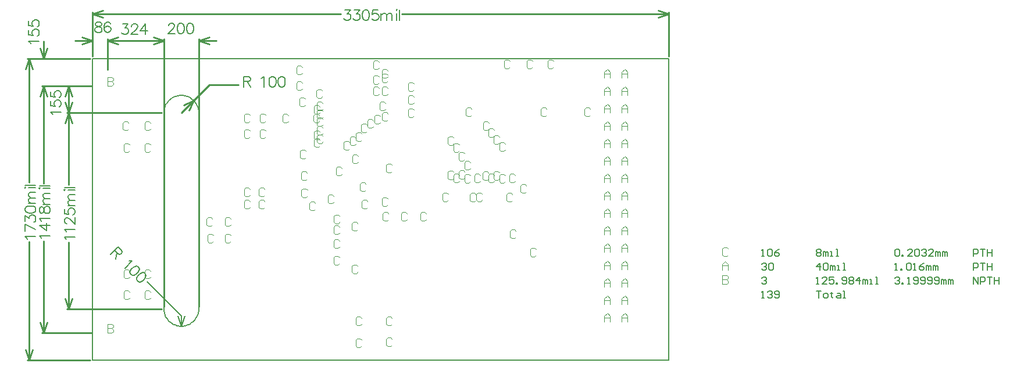
<source format=gbr>
%FSTAX23Y23*%
%MOIN*%
%SFA1B1*%

%IPPOS*%
%ADD10C,0.010000*%
%ADD13C,0.005000*%
%ADD15C,0.006000*%
%ADD33C,0.001000*%
%LNmb694-1*%
%LPD*%
G54D10*
X-00234Y00138D02*
X00311D01*
X-00234Y01263D02*
X00311D01*
X-00224Y00138D02*
Y00519D01*
Y00849D02*
Y01263D01*
Y00138D02*
X-00204Y00198D01*
X-00244D02*
X-00224Y00138D01*
X-00244Y01203D02*
X-00224Y01263D01*
X-00204Y01203*
X-00234Y01263D02*
X00311D01*
X-00234Y01418D02*
X-00093D01*
X-00224Y01263D02*
Y0134D01*
Y01418*
Y01263D02*
X-00204Y01323D01*
X-00244D02*
X-00224Y01263D01*
X-00244Y01358D02*
X-00224Y01418D01*
X-00204Y01358*
X00585Y01424D02*
X0075D01*
X00424Y01263D02*
X00585Y01424D01*
X00438Y01305D02*
X00495Y01333D01*
X00466Y01277D02*
X00495Y01333D01*
X00324Y01275D02*
Y01685D01*
X0Y01511D02*
Y01685D01*
X00162Y01675D02*
X00324D01*
X0D02*
X00162D01*
X00264Y01695D02*
X00324Y01675D01*
X00264Y01655D02*
X00324Y01675D01*
X0D02*
X0006Y01655D01*
X0Y01675D02*
X0006Y01695D01*
X00524Y0015D02*
Y01685D01*
X00324Y0015D02*
Y01685D01*
X00224Y01675D02*
X00324D01*
X00524D02*
X00624D01*
X00264Y01695D02*
X00324Y01675D01*
X00264Y01655D02*
X00324Y01675D01*
X00524D02*
X00584Y01655D01*
X00524Y01675D02*
X00584Y01695D01*
X-00086Y01585D02*
Y01839D01*
X03219Y01585D02*
Y01839D01*
X-00086Y01829D02*
X01339D01*
X01689D02*
X03219D01*
X-00086D02*
X-00026Y01809D01*
X-00086Y01829D02*
X-00026Y01849D01*
X03159D02*
X03219Y01829D01*
X03159Y01809D02*
X03219Y01829D01*
X-00086Y01585D02*
Y01685D01*
X0Y01511D02*
Y01685D01*
Y01675D02*
X001D01*
X-00186D02*
X-00086D01*
X0D02*
X0006Y01655D01*
X0Y01675D02*
X0006Y01695D01*
X-00146D02*
X-00086Y01675D01*
X-00146Y01655D02*
X-00086Y01675D01*
X-00458Y-00158D02*
X-00099D01*
X-00458Y01573D02*
X-00099D01*
X-00448Y-00158D02*
Y00522D01*
Y00862D02*
Y01573D01*
Y-00158D02*
X-00428Y-00098D01*
X-00468D02*
X-00448Y-00158D01*
X-00468Y01513D02*
X-00448Y01573D01*
X-00428Y01513*
X-00375Y01573D02*
X-00099D01*
X-00375Y01418D02*
X-00093D01*
X-00365Y01318D02*
Y01418D01*
Y01573D02*
Y01673D01*
X-00385Y01358D02*
X-00365Y01418D01*
X-00345Y01358*
X-00365Y01573D02*
X-00345Y01633D01*
X-00385D02*
X-00365Y01573D01*
X-00377Y0D02*
X-00093D01*
X-00377Y01418D02*
X-00093D01*
X-00367Y0D02*
Y00528D01*
Y00858D02*
Y01418D01*
Y0D02*
X-00347Y0006D01*
X-00387D02*
X-00367Y0D01*
X-00387Y01358D02*
X-00367Y01418D01*
X-00347Y01358*
G54D13*
X00524Y01263D02*
D01*
X00523Y01269*
X00523Y01276*
X00521Y01283*
X0052Y0129*
X00517Y01297*
X00515Y01303*
X00512Y01309*
X00508Y01315*
X00504Y01321*
X005Y01327*
X00495Y01332*
X0049Y01337*
X00485Y01341*
X00479Y01345*
X00474Y01349*
X00467Y01352*
X00461Y01355*
X00454Y01358*
X00448Y0136*
X00441Y01361*
X00434Y01362*
X00427Y01362*
X0042*
X00413Y01362*
X00406Y01361*
X00399Y0136*
X00393Y01358*
X00386Y01355*
X0038Y01352*
X00373Y01349*
X00368Y01345*
X00362Y01341*
X00357Y01337*
X00352Y01332*
X00347Y01327*
X00343Y01321*
X00339Y01315*
X00335Y01309*
X00332Y01303*
X0033Y01297*
X00327Y0129*
X00326Y01283*
X00324Y01276*
X00324Y01269*
X00324Y01263*
Y00138D02*
D01*
X00324Y00131*
X00324Y00124*
X00326Y00117*
X00327Y0011*
X0033Y00103*
X00332Y00097*
X00335Y00091*
X00339Y00085*
X00343Y00079*
X00347Y00073*
X00352Y00068*
X00357Y00063*
X00362Y00059*
X00368Y00055*
X00374Y00051*
X0038Y00048*
X00386Y00045*
X00393Y00042*
X00399Y0004*
X00406Y00039*
X00413Y00038*
X0042Y00038*
X00427*
X00434Y00038*
X00441Y00039*
X00448Y0004*
X00454Y00042*
X00461Y00045*
X00467Y00048*
X00474Y00051*
X00479Y00055*
X00485Y00059*
X0049Y00063*
X00495Y00068*
X005Y00073*
X00504Y00079*
X00508Y00085*
X00512Y00091*
X00515Y00097*
X00517Y00103*
X0052Y0011*
X00521Y00117*
X00523Y00124*
X00523Y00131*
X00524Y00138*
X00228Y00293D02*
X00424Y00097D01*
Y00038D02*
Y00097D01*
Y00038D02*
X00444Y00098D01*
X00404D02*
X00424Y00038D01*
X-00086Y01573D02*
X03219D01*
X03218Y-00158D02*
X03219Y-00157D01*
Y01573*
X00324Y00138D02*
Y01263D01*
X00524Y00138D02*
Y01258D01*
X-00086Y-00158D02*
Y01573D01*
Y-00158D02*
X03218D01*
X0375Y0044D02*
X03763D01*
X03757*
Y0048*
X0375Y00473*
X03783D02*
X0379Y0048D01*
X03803*
X0381Y00473*
Y00447*
X03803Y0044*
X0379*
X03783Y00447*
Y00473*
X0385Y0048D02*
X03837Y00473D01*
X03823Y0046*
Y00447*
X0383Y0044*
X03843*
X0385Y00447*
Y00453*
X03843Y0046*
X03823*
X04065Y00473D02*
X04072Y0048D01*
X04085*
X04092Y00473*
Y00467*
X04085Y0046*
X04092Y00453*
Y00447*
X04085Y0044*
X04072*
X04065Y00447*
Y00453*
X04072Y0046*
X04065Y00467*
Y00473*
X04072Y0046D02*
X04085D01*
X04105Y0044D02*
Y00467D01*
X04112*
X04118Y0046*
Y0044*
Y0046*
X04125Y00467*
X04132Y0046*
Y0044*
X04145D02*
X04158D01*
X04152*
Y00467*
X04145*
X04178Y0044D02*
X04192D01*
X04185*
Y0048*
X04178*
X04515Y00473D02*
X04522Y0048D01*
X04535*
X04542Y00473*
Y00447*
X04535Y0044*
X04522*
X04515Y00447*
Y00473*
X04555Y0044D02*
Y00447D01*
X04562*
Y0044*
X04555*
X04615D02*
X04588D01*
X04615Y00467*
Y00473*
X04608Y0048*
X04595*
X04588Y00473*
X04628D02*
X04635Y0048D01*
X04648*
X04655Y00473*
Y00447*
X04648Y0044*
X04635*
X04628Y00447*
Y00473*
X04668D02*
X04675Y0048D01*
X04688*
X04695Y00473*
Y00467*
X04688Y0046*
X04682*
X04688*
X04695Y00453*
Y00447*
X04688Y0044*
X04675*
X04668Y00447*
X04735Y0044D02*
X04708D01*
X04735Y00467*
Y00473*
X04728Y0048*
X04715*
X04708Y00473*
X04748Y0044D02*
Y00467D01*
X04755*
X04762Y0046*
Y0044*
Y0046*
X04768Y00467*
X04775Y0046*
Y0044*
X04788D02*
Y00467D01*
X04795*
X04802Y0046*
Y0044*
Y0046*
X04808Y00467*
X04815Y0046*
Y0044*
X04965D02*
Y0048D01*
X04985*
X04992Y00473*
Y0046*
X04985Y00453*
X04965*
X05005Y0048D02*
X05032D01*
X05018*
Y0044*
X05045Y0048D02*
Y0044D01*
Y0046*
X05072*
Y0048*
Y0044*
X0375Y00393D02*
X03757Y004D01*
X0377*
X03777Y00393*
Y00387*
X0377Y0038*
X03763*
X0377*
X03777Y00373*
Y00367*
X0377Y0036*
X03757*
X0375Y00367*
X0379Y00393D02*
X03797Y004D01*
X0381*
X03817Y00393*
Y00367*
X0381Y0036*
X03797*
X0379Y00367*
Y00393*
X04085Y0036D02*
Y004D01*
X04065Y0038*
X04092*
X04105Y00393D02*
X04112Y004D01*
X04125*
X04132Y00393*
Y00367*
X04125Y0036*
X04112*
X04105Y00367*
Y00393*
X04145Y0036D02*
Y00387D01*
X04152*
X04158Y0038*
Y0036*
Y0038*
X04165Y00387*
X04172Y0038*
Y0036*
X04185D02*
X04198D01*
X04192*
Y00387*
X04185*
X04218Y0036D02*
X04232D01*
X04225*
Y004*
X04218*
X04515Y0036D02*
X04528D01*
X04522*
Y004*
X04515Y00393*
X04548Y0036D02*
Y00367D01*
X04555*
Y0036*
X04548*
X04582Y00393D02*
X04588Y004D01*
X04602*
X04608Y00393*
Y00367*
X04602Y0036*
X04588*
X04582Y00367*
Y00393*
X04622Y0036D02*
X04635D01*
X04628*
Y004*
X04622Y00393*
X04682Y004D02*
X04668Y00393D01*
X04655Y0038*
Y00367*
X04662Y0036*
X04675*
X04682Y00367*
Y00373*
X04675Y0038*
X04655*
X04695Y0036D02*
Y00387D01*
X04702*
X04708Y0038*
Y0036*
Y0038*
X04715Y00387*
X04722Y0038*
Y0036*
X04735D02*
Y00387D01*
X04742*
X04748Y0038*
Y0036*
Y0038*
X04755Y00387*
X04762Y0038*
Y0036*
X04965D02*
Y004D01*
X04985*
X04992Y00393*
Y0038*
X04985Y00373*
X04965*
X05005Y004D02*
X05032D01*
X05018*
Y0036*
X05045Y004D02*
Y0036D01*
Y0038*
X05072*
Y004*
Y0036*
X0375Y00313D02*
X03757Y0032D01*
X0377*
X03777Y00313*
Y00307*
X0377Y003*
X03763*
X0377*
X03777Y00293*
Y00287*
X0377Y0028*
X03757*
X0375Y00287*
X04065Y0028D02*
X04078D01*
X04072*
Y0032*
X04065Y00313*
X04125Y0028D02*
X04098D01*
X04125Y00307*
Y00313*
X04118Y0032*
X04105*
X04098Y00313*
X04165Y0032D02*
X04138D01*
Y003*
X04152Y00307*
X04158*
X04165Y003*
Y00287*
X04158Y0028*
X04145*
X04138Y00287*
X04178Y0028D02*
Y00287D01*
X04185*
Y0028*
X04178*
X04212Y00287D02*
X04218Y0028D01*
X04232*
X04238Y00287*
Y00313*
X04232Y0032*
X04218*
X04212Y00313*
Y00307*
X04218Y003*
X04238*
X04252Y00313D02*
X04258Y0032D01*
X04272*
X04278Y00313*
Y00307*
X04272Y003*
X04278Y00293*
Y00287*
X04272Y0028*
X04258*
X04252Y00287*
Y00293*
X04258Y003*
X04252Y00307*
Y00313*
X04258Y003D02*
X04272D01*
X04312Y0028D02*
Y0032D01*
X04292Y003*
X04318*
X04332Y0028D02*
Y00307D01*
X04338*
X04345Y003*
Y0028*
Y003*
X04352Y00307*
X04358Y003*
Y0028*
X04372D02*
X04385D01*
X04378*
Y00307*
X04372*
X04405Y0028D02*
X04418D01*
X04412*
Y0032*
X04405*
X04515Y00313D02*
X04522Y0032D01*
X04535*
X04542Y00313*
Y00307*
X04535Y003*
X04528*
X04535*
X04542Y00293*
Y00287*
X04535Y0028*
X04522*
X04515Y00287*
X04555Y0028D02*
Y00287D01*
X04562*
Y0028*
X04555*
X04588D02*
X04602D01*
X04595*
Y0032*
X04588Y00313*
X04622Y00287D02*
X04628Y0028D01*
X04642*
X04648Y00287*
Y00313*
X04642Y0032*
X04628*
X04622Y00313*
Y00307*
X04628Y003*
X04648*
X04662Y00287D02*
X04668Y0028D01*
X04682*
X04688Y00287*
Y00313*
X04682Y0032*
X04668*
X04662Y00313*
Y00307*
X04668Y003*
X04688*
X04702Y00287D02*
X04708Y0028D01*
X04722*
X04728Y00287*
Y00313*
X04722Y0032*
X04708*
X04702Y00313*
Y00307*
X04708Y003*
X04728*
X04742Y00287D02*
X04748Y0028D01*
X04762*
X04768Y00287*
Y00313*
X04762Y0032*
X04748*
X04742Y00313*
Y00307*
X04748Y003*
X04768*
X04782Y0028D02*
Y00307D01*
X04788*
X04795Y003*
Y0028*
Y003*
X04802Y00307*
X04808Y003*
Y0028*
X04822D02*
Y00307D01*
X04828*
X04835Y003*
Y0028*
Y003*
X04842Y00307*
X04848Y003*
Y0028*
X04965D02*
Y0032D01*
X04992Y0028*
Y0032*
X05005Y0028D02*
Y0032D01*
X05025*
X05032Y00313*
Y003*
X05025Y00293*
X05005*
X05045Y0032D02*
X05072D01*
X05058*
Y0028*
X05085Y0032D02*
Y0028D01*
Y003*
X05112*
Y0032*
Y0028*
X0375Y002D02*
X03763D01*
X03757*
Y0024*
X0375Y00233*
X03783D02*
X0379Y0024D01*
X03803*
X0381Y00233*
Y00227*
X03803Y0022*
X03797*
X03803*
X0381Y00213*
Y00207*
X03803Y002*
X0379*
X03783Y00207*
X03823D02*
X0383Y002D01*
X03843*
X0385Y00207*
Y00233*
X03843Y0024*
X0383*
X03823Y00233*
Y00227*
X0383Y0022*
X0385*
X04065Y0024D02*
X04092D01*
X04078*
Y002*
X04112D02*
X04125D01*
X04132Y00207*
Y0022*
X04125Y00227*
X04112*
X04105Y0022*
Y00207*
X04112Y002*
X04152Y00233D02*
Y00227D01*
X04145*
X04158*
X04152*
Y00207*
X04158Y002*
X04185Y00227D02*
X04198D01*
X04205Y0022*
Y002*
X04185*
X04178Y00207*
X04185Y00213*
X04205*
X04218Y002D02*
X04232D01*
X04225*
Y0024*
X04218*
G54D15*
X-00235Y00535D02*
X-00238Y00541D01*
X-00247Y00549*
X-00187*
X-00235Y00579D02*
X-00238Y00585D01*
X-00247Y00593*
X-00187*
X-00232Y00626D02*
X-00235D01*
X-00241Y00629*
X-00244Y00632*
X-00247Y00637*
Y00649*
X-00244Y00654*
X-00241Y00657*
X-00235Y0066*
X-00229*
X-00224Y00657*
X-00215Y00652*
X-00187Y00623*
Y00663*
X-00247Y00711D02*
Y00682D01*
X-00221Y00679*
X-00224Y00682*
X-00227Y00691*
Y00699*
X-00224Y00708*
X-00218Y00713*
X-00209Y00716*
X-00204*
X-00195Y00713*
X-00189Y00708*
X-00187Y00699*
Y00691*
X-00189Y00682*
X-00192Y00679*
X-00198Y00676*
X-00227Y0073D02*
X-00187D01*
X-00215D02*
X-00224Y00738D01*
X-00227Y00744*
Y00753*
X-00224Y00758*
X-00215Y00761*
X-00187*
X-00215D02*
X-00224Y0077D01*
X-00227Y00775*
Y00784*
X-00224Y0079*
X-00215Y00793*
X-00187*
X-00247Y00817D02*
X-00244Y0082D01*
X-00247Y00823*
X-00249Y0082*
X-00247Y00817*
X-00227Y0082D02*
X-00187D01*
X-00247Y00833D02*
X-00187D01*
X-00314Y01252D02*
X-00316Y01258D01*
X-00325Y01266*
X-00265*
X-00325Y0133D02*
Y01302D01*
X-00299Y01299*
X-00302Y01302*
X-00305Y0131*
Y01319*
X-00302Y01327*
X-00296Y01333*
X-00288Y01336*
X-00282*
X-00274Y01333*
X-00268Y01327*
X-00265Y01319*
Y0131*
X-00268Y01302*
X-00271Y01299*
X-00276Y01296*
X-00325Y01384D02*
Y01355D01*
X-00299Y01352*
X-00302Y01355*
X-00305Y01364*
Y01372*
X-00302Y01381*
X-00296Y01387*
X-00288Y01389*
X-00282*
X-00274Y01387*
X-00268Y01381*
X-00265Y01372*
Y01364*
X-00268Y01355*
X-00271Y01352*
X-00276Y01349*
X00061Y00494D02*
X00018Y00451D01*
X00061Y00494D02*
X00079Y00475D01*
X00083Y00467*
Y00463*
X00081Y00457*
X00077Y00453*
X00071Y00451*
X00067*
X00059Y00455*
X00041Y00473*
X00055Y00459D02*
X00047Y00423D01*
X00124Y00414D02*
X0013Y00412D01*
X00142*
X001Y0037*
X00175Y00379D02*
X00167Y00383D01*
X00157Y00381*
X00145Y00373*
X00139Y00367*
X00131Y00355*
X00129Y00345*
X00133Y00337*
X00137Y00333*
X00145Y00329*
X00155Y00331*
X00167Y00339*
X00173Y00345*
X00181Y00357*
X00183Y00367*
X00179Y00375*
X00175Y00379*
X00213Y00342D02*
X00205Y00346D01*
X00195Y00344*
X00183Y00335*
X00177Y00329*
X00168Y00317*
X00166Y00307*
X0017Y00299*
X00175Y00295*
X00183Y00291*
X00193Y00293*
X00205Y00301*
X00211Y00307*
X00219Y00319*
X00221Y00329*
X00217Y00337*
X00213Y00342*
X00781Y0147D02*
Y0141D01*
Y0147D02*
X00807D01*
X00816Y01467*
X00819Y01464*
X00821Y01459*
Y01453*
X00819Y01447*
X00816Y01445*
X00807Y01442*
X00781*
X00801D02*
X00821Y0141D01*
X00882Y01459D02*
X00888Y01462D01*
X00896Y0147*
Y0141*
X00943Y0147D02*
X00935Y01467D01*
X00929Y01459*
X00926Y01445*
Y01436*
X00929Y01422*
X00935Y01413*
X00943Y0141*
X00949*
X00957Y01413*
X00963Y01422*
X00966Y01436*
Y01445*
X00963Y01459*
X00957Y01467*
X00949Y0147*
X00943*
X00997D02*
X00988Y01467D01*
X00982Y01459*
X00979Y01445*
Y01436*
X00982Y01422*
X00988Y01413*
X00997Y0141*
X01002*
X01011Y01413*
X01017Y01422*
X01019Y01436*
Y01445*
X01017Y01459*
X01011Y01467*
X01002Y0147*
X00997*
X00088Y01772D02*
X00119D01*
X00102Y01749*
X00111*
X00116Y01746*
X00119Y01743*
X00122Y01735*
Y01729*
X00119Y01721*
X00113Y01715*
X00105Y01712*
X00096*
X00088Y01715*
X00085Y01718*
X00082Y01723*
X00138Y01758D02*
Y01761D01*
X00141Y01766*
X00144Y01769*
X0015Y01772*
X00161*
X00167Y01769*
X0017Y01766*
X00173Y01761*
Y01755*
X0017Y01749*
X00164Y01741*
X00135Y01712*
X00175*
X00217Y01772D02*
X00189Y01732D01*
X00232*
X00217Y01772D02*
Y01712D01*
X0035Y01763D02*
Y01766D01*
X00353Y01771*
X00356Y01774*
X00361Y01777*
X00373*
X00378Y01774*
X00381Y01771*
X00384Y01766*
Y0176*
X00381Y01754*
X00376Y01746*
X00347Y01717*
X00387*
X00418Y01777D02*
X00409Y01774D01*
X00403Y01766*
X004Y01751*
Y01743*
X00403Y01728*
X00409Y0172*
X00418Y01717*
X00423*
X00432Y0172*
X00438Y01728*
X0044Y01743*
Y01751*
X00438Y01766*
X00432Y01774*
X00423Y01777*
X00418*
X00471D02*
X00462Y01774D01*
X00457Y01766*
X00454Y01751*
Y01743*
X00457Y01728*
X00462Y0172*
X00471Y01717*
X00477*
X00485Y0172*
X00491Y01728*
X00494Y01743*
Y01751*
X00491Y01766*
X00485Y01774*
X00477Y01777*
X00471*
X01361Y01853D02*
X01393D01*
X01375Y0183*
X01384*
X0139Y01827*
X01393Y01824*
X01395Y01816*
Y0181*
X01393Y01802*
X01387Y01796*
X01378Y01793*
X0137*
X01361Y01796*
X01358Y01799*
X01355Y01804*
X01415Y01853D02*
X01446D01*
X01429Y0183*
X01437*
X01443Y01827*
X01446Y01824*
X01449Y01816*
Y0181*
X01446Y01802*
X0144Y01796*
X01432Y01793*
X01423*
X01415Y01796*
X01412Y01799*
X01409Y01804*
X01479Y01853D02*
X01471Y0185D01*
X01465Y01842*
X01462Y01827*
Y01819*
X01465Y01804*
X01471Y01796*
X01479Y01793*
X01485*
X01494Y01796*
X01499Y01804*
X01502Y01819*
Y01827*
X01499Y01842*
X01494Y0185*
X01485Y01853*
X01479*
X0155D02*
X01521D01*
X01519Y01827*
X01521Y0183*
X0153Y01833*
X01539*
X01547Y0183*
X01553Y01824*
X01556Y01816*
Y0181*
X01553Y01802*
X01547Y01796*
X01539Y01793*
X0153*
X01521Y01796*
X01519Y01799*
X01516Y01804*
X01569Y01833D02*
Y01793D01*
Y01822D02*
X01578Y0183D01*
X01583Y01833*
X01592*
X01598Y0183*
X01601Y01822*
Y01793*
Y01822D02*
X01609Y0183D01*
X01615Y01833*
X01623*
X01629Y0183*
X01632Y01822*
Y01793*
X01657Y01853D02*
X01659Y0185D01*
X01662Y01853*
X01659Y01856*
X01657Y01853*
X01659Y01833D02*
Y01793D01*
X01673Y01853D02*
Y01793D01*
X-00057Y01783D02*
X-00065Y0178D01*
X-00068Y01774*
Y01769*
X-00065Y01763*
X-0006Y0176*
X-00048Y01757*
X-0004Y01754*
X-00034Y01749*
X-00031Y01743*
Y01734*
X-00034Y01729*
X-00037Y01726*
X-00045Y01723*
X-00057*
X-00065Y01726*
X-00068Y01729*
X-00071Y01734*
Y01743*
X-00068Y01749*
X-00062Y01754*
X-00054Y01757*
X-00042Y0176*
X-00037Y01763*
X-00034Y01769*
Y01774*
X-00037Y0178*
X-00045Y01783*
X-00057*
X00017Y01774D02*
X00014Y0178D01*
X00005Y01783*
X0*
X-00009Y0178*
X-00015Y01772*
X-00018Y01757*
Y01743*
X-00015Y01732*
X-00009Y01726*
X0Y01723*
X00002*
X00011Y01726*
X00017Y01732*
X0002Y0174*
Y01743*
X00017Y01752*
X00011Y01757*
X00002Y0176*
X0*
X-00009Y01757*
X-00015Y01752*
X-00018Y01743*
X-00459Y00538D02*
X-00462Y00543D01*
X-00471Y00552*
X-00411*
X-00471Y00622D02*
X-00411Y00593D01*
X-00471Y00582D02*
Y00622D01*
Y00641D02*
Y00672D01*
X-00448Y00655*
Y00664*
X-00445Y00669*
X-00442Y00672*
X-00433Y00675*
X-00428*
X-00419Y00672*
X-00413Y00666*
X-00411Y00658*
Y00649*
X-00413Y00641*
X-00416Y00638*
X-00422Y00635*
X-00471Y00706D02*
X-00468Y00697D01*
X-00459Y00691*
X-00445Y00688*
X-00436*
X-00422Y00691*
X-00413Y00697*
X-00411Y00706*
Y00711*
X-00413Y0072*
X-00422Y00726*
X-00436Y00728*
X-00445*
X-00459Y00726*
X-00468Y0072*
X-00471Y00711*
Y00706*
X-00451Y00742D02*
X-00411D01*
X-00439D02*
X-00448Y0075D01*
X-00451Y00756*
Y00765*
X-00448Y0077*
X-00439Y00773*
X-00411*
X-00439D02*
X-00448Y00782D01*
X-00451Y00788*
Y00796*
X-00448Y00802*
X-00439Y00805*
X-00411*
X-00471Y00829D02*
X-00468Y00832D01*
X-00471Y00835*
X-00473Y00832*
X-00471Y00829*
X-00451Y00832D02*
X-00411D01*
X-00471Y00846D02*
X-00411D01*
X-0044Y01659D02*
X-00442Y01665D01*
X-00451Y01673*
X-00391*
X-00451Y01737D02*
Y01709D01*
X-00425Y01706*
X-00428Y01709*
X-00431Y01717*
Y01726*
X-00428Y01734*
X-00422Y0174*
X-00414Y01743*
X-00408*
X-004Y0174*
X-00394Y01734*
X-00391Y01726*
Y01717*
X-00394Y01709*
X-00397Y01706*
X-00402Y01703*
X-00451Y01791D02*
Y01762D01*
X-00425Y01759*
X-00428Y01762*
X-00431Y01771*
Y01779*
X-00428Y01788*
X-00422Y01794*
X-00414Y01796*
X-00408*
X-004Y01794*
X-00394Y01788*
X-00391Y01779*
Y01771*
X-00394Y01762*
X-00397Y01759*
X-00402Y01756*
X-00378Y00544D02*
X-00381Y00549D01*
X-0039Y00558*
X-0033*
X-0039Y00616D02*
X-0035Y00588D01*
Y0063*
X-0039Y00616D02*
X-0033D01*
X-00378Y00641D02*
X-00381Y00647D01*
X-0039Y00655*
X-0033*
X-0039Y00699D02*
X-00387Y00691D01*
X-00381Y00688*
X-00375*
X-0037Y00691*
X-00367Y00696*
X-00364Y00708*
X-00361Y00716*
X-00355Y00722*
X-0035Y00725*
X-00341*
X-00335Y00722*
X-00332Y00719*
X-0033Y00711*
Y00699*
X-00332Y00691*
X-00335Y00688*
X-00341Y00685*
X-0035*
X-00355Y00688*
X-00361Y00694*
X-00364Y00702*
X-00367Y00714*
X-0037Y00719*
X-00375Y00722*
X-00381*
X-00387Y00719*
X-0039Y00711*
Y00699*
X-0037Y00738D02*
X-0033D01*
X-00358D02*
X-00367Y00747D01*
X-0037Y00753*
Y00761*
X-00367Y00767*
X-00358Y0077*
X-0033*
X-00358D02*
X-00367Y00778D01*
X-0037Y00784*
Y00793*
X-00367Y00798*
X-00358Y00801*
X-0033*
X-0039Y00826D02*
X-00387Y00829D01*
X-0039Y00832*
X-00392Y00829*
X-0039Y00826*
X-0037Y00829D02*
X-0033D01*
X-0039Y00842D02*
X-0033D01*
G54D33*
X02949Y00063D02*
Y00096D01*
X02966Y00113*
X02982Y00096*
Y00063*
Y00088*
X02949*
Y00163D02*
Y00196D01*
X02966Y00213*
X02982Y00196*
Y00163*
Y00188*
X02949*
Y00263D02*
Y00296D01*
X02966Y00313*
X02982Y00296*
Y00263*
Y00288*
X02949*
Y00363D02*
Y00396D01*
X02966Y00413*
X02982Y00396*
Y00363*
Y00388*
X02949*
X02849Y00063D02*
Y00096D01*
X02866Y00113*
X02882Y00096*
Y00063*
Y00088*
X02849*
Y00163D02*
Y00196D01*
X02866Y00213*
X02882Y00196*
Y00163*
Y00188*
X02849*
Y00263D02*
Y00296D01*
X02866Y00313*
X02882Y00296*
Y00263*
Y00288*
X02849*
Y00363D02*
Y00396D01*
X02866Y00413*
X02882Y00396*
Y00363*
Y00388*
X02849*
X0Y0005D02*
Y0D01*
X00025*
X00033Y00008*
Y00017*
X00025Y00025*
X0*
X00025*
X00033Y00033*
Y00042*
X00025Y0005*
X0*
Y0*
X00025*
X00033Y00008*
Y00017*
X00025Y00025*
X0*
X00025*
X00033Y00033*
Y00042*
X00025Y0005*
X0*
Y01468D02*
Y01418D01*
X00025*
X00033Y01426*
Y01434*
X00025Y01443*
X0*
X00025*
X00033Y01451*
Y01459*
X00025Y01468*
X0*
X02849Y01463D02*
Y01496D01*
X02866Y01513*
X02882Y01496*
Y01463*
Y01488*
X02849*
X02949Y01363D02*
Y01396D01*
X02966Y01413*
X02982Y01396*
Y01363*
Y01388*
X02949*
Y01463D02*
Y01496D01*
X02966Y01513*
X02982Y01496*
Y01463*
Y01488*
X02949*
X02849Y01363D02*
Y01396D01*
X02866Y01413*
X02882Y01396*
Y01363*
Y01388*
X02849*
X02949Y00463D02*
Y00496D01*
X02966Y00513*
X02982Y00496*
Y00463*
Y00488*
X02949*
Y00563D02*
Y00596D01*
X02966Y00613*
X02982Y00596*
Y00563*
Y00588*
X02949*
Y00663D02*
Y00696D01*
X02966Y00713*
X02982Y00696*
Y00663*
Y00688*
X02949*
Y00763D02*
Y00796D01*
X02966Y00813*
X02982Y00796*
Y00763*
Y00788*
X02949*
Y00863D02*
Y00896D01*
X02966Y00913*
X02982Y00896*
Y00863*
Y00888*
X02949*
Y00963D02*
Y00996D01*
X02966Y01013*
X02982Y00996*
Y00963*
Y00988*
X02949*
Y01063D02*
Y01096D01*
X02966Y01113*
X02982Y01096*
Y01063*
Y01088*
X02949*
Y01163D02*
Y01196D01*
X02966Y01213*
X02982Y01196*
Y01163*
Y01188*
X02949*
Y01263D02*
Y01296D01*
X02966Y01313*
X02982Y01296*
Y01263*
Y01288*
X02949*
X02849Y00463D02*
Y00496D01*
X02866Y00513*
X02882Y00496*
Y00463*
Y00488*
X02849*
Y00563D02*
Y00596D01*
X02866Y00613*
X02882Y00596*
Y00563*
Y00588*
X02849*
Y00663D02*
Y00696D01*
X02866Y00713*
X02882Y00696*
Y00663*
Y00688*
X02849*
Y00763D02*
Y00796D01*
X02866Y00813*
X02882Y00796*
Y00763*
Y00788*
X02849*
Y00863D02*
Y00896D01*
X02866Y00913*
X02882Y00896*
Y00863*
Y00888*
X02849*
Y00963D02*
Y00996D01*
X02866Y01013*
X02882Y00996*
Y00963*
Y00988*
X02849*
Y01063D02*
Y01096D01*
X02866Y01113*
X02882Y01096*
Y01063*
Y01088*
X02849*
Y01163D02*
Y01196D01*
X02866Y01213*
X02882Y01196*
Y01163*
Y01188*
X02849*
Y01263D02*
Y01296D01*
X02866Y01313*
X02882Y01296*
Y01263*
Y01288*
X02849*
X02457Y00479D02*
X02449Y00488D01*
X02432*
X02424Y00479*
Y00446*
X02432Y00438*
X02449*
X02457Y00446*
X02342Y00584D02*
X02334Y00592D01*
X02317*
X02309Y00584*
Y00551*
X02317Y00542*
X02334*
X02342Y00551*
X01612Y00684D02*
X01604Y00692D01*
X01587*
X01579Y00684*
Y00651*
X01587Y00642*
X01604*
X01612Y00651*
X01827Y00684D02*
X01819Y00693D01*
X01802*
X01794Y00684*
Y00651*
X01802Y00643*
X01819*
X01827Y00651*
X01717Y00684D02*
X01709Y00693D01*
X01692*
X01684Y00684*
Y00651*
X01692Y00643*
X01709*
X01717Y00651*
X00127Y00354D02*
X00119Y00363D01*
X00102*
X00094Y00354*
Y00321*
X00102Y00313*
X00119*
X00127Y00321*
Y00234D02*
X00119Y00243D01*
X00102*
X00094Y00234*
Y00201*
X00102Y00193*
X00119*
X00127Y00201*
X00247Y00234D02*
X00239Y00243D01*
X00222*
X00214Y00234*
Y00201*
X00222Y00193*
X00239*
X00247Y00201*
Y00354D02*
X00239Y00363D01*
X00222*
X00214Y00354*
Y00321*
X00222Y00313*
X00239*
X00247Y00321*
X00707Y00654D02*
X00699Y00662D01*
X00682*
X00674Y00654*
Y00621*
X00682Y00612*
X00699*
X00707Y00621*
X00602Y00654D02*
X00594Y00662D01*
X00577*
X00569Y00654*
Y00621*
X00577Y00612*
X00594*
X00602Y00621*
X00707Y00559D02*
X00699Y00568D01*
X00682*
X00674Y00559*
Y00526*
X00682Y00518*
X00699*
X00707Y00526*
X00607Y00559D02*
X00599Y00568D01*
X00582*
X00574Y00559*
Y00526*
X00582Y00518*
X00599*
X00607Y00526*
X01117Y01524D02*
X01109Y01532D01*
X01092*
X01084Y01524*
Y01491*
X01092Y01482*
X01109*
X01117Y01491*
Y01434D02*
X01109Y01442D01*
X01092*
X01084Y01434*
Y01401*
X01092Y01392*
X01109*
X01117Y01401*
X01297Y00784D02*
X01289Y00792D01*
X01272*
X01264Y00784*
Y00751*
X01272Y00742*
X01289*
X01297Y00751*
X01146Y00819D02*
X01137Y00827D01*
X01121*
X01112Y00819*
Y00786*
X01121Y00777*
X01137*
X01146Y00786*
X01192Y00744D02*
X01184Y00752D01*
X01167*
X01159Y00744*
Y00711*
X01167Y00702*
X01184*
X01192Y00711*
X01557Y01554D02*
X01549Y01562D01*
X01532*
X01524Y01554*
Y01521*
X01532Y01512*
X01549*
X01557Y01521*
X02307Y01559D02*
X02299Y01568D01*
X02282*
X02274Y01559*
Y01526*
X02282Y01518*
X02299*
X02307Y01526*
X02437Y01559D02*
X02429Y01568D01*
X02412*
X02404Y01559*
Y01526*
X02412Y01518*
X02429*
X02437Y01526*
X02557Y01559D02*
X02549Y01568D01*
X02532*
X02524Y01559*
Y01526*
X02532Y01518*
X02549*
X02557Y01526*
X00817Y01249D02*
X00809Y01258D01*
X00792*
X00784Y01249*
Y01216*
X00792Y01208*
X00809*
X00817Y01216*
X00907Y01249D02*
X00899Y01258D01*
X00882*
X00874Y01249*
Y01216*
X00882Y01208*
X00899*
X00907Y01216*
X00817Y01159D02*
X00809Y01168D01*
X00792*
X00784Y01159*
Y01126*
X00792Y01118*
X00809*
X00817Y01126*
X00907Y01159D02*
X00899Y01168D01*
X00882*
X00874Y01159*
Y01126*
X00882Y01118*
X00899*
X00907Y01126*
X01457Y00084D02*
X01449Y00092D01*
X01432*
X01424Y00084*
Y00051*
X01432Y00042*
X01449*
X01457Y00051*
Y-00041D02*
X01449Y-00032D01*
X01432*
X01424Y-00041*
Y-00074*
X01432Y-00082*
X01449*
X01457Y-00074*
X01632Y00084D02*
X01624Y00092D01*
X01607*
X01599Y00084*
Y00051*
X01607Y00042*
X01624*
X01632Y00051*
Y-00036D02*
X01624Y-00028D01*
X01607*
X01599Y-00036*
Y-00069*
X01607Y-00078*
X01624*
X01632Y-00069*
X01757Y01429D02*
X01749Y01438D01*
X01732*
X01724Y01429*
Y01396*
X01732Y01388*
X01749*
X01757Y01396*
Y01354D02*
X01749Y01363D01*
X01732*
X01724Y01354*
Y01321*
X01732Y01313*
X01749*
X01757Y01321*
Y01279D02*
X01749Y01288D01*
X01732*
X01724Y01279*
Y01246*
X01732Y01238*
X01749*
X01757Y01246*
X01607Y01504D02*
X01599Y01513D01*
X01582*
X01574Y01504*
Y01471*
X01582Y01463*
X01599*
X01607Y01471*
X0228Y00902D02*
X02271Y0091D01*
X02255*
X02246Y00902*
Y00869*
X02255Y0086*
X02271*
X0228Y00869*
X02247Y00919D02*
X02239Y00928D01*
X02222*
X02214Y00919*
Y00886*
X02222Y00878*
X02239*
X02247Y00886*
X02217Y00904D02*
X02208Y00912D01*
X02192*
X02183Y00904*
Y0087*
X02192Y00862*
X02208*
X02217Y0087*
X02185Y00917D02*
X02177Y00925D01*
X0216*
X02152Y00917*
Y00884*
X0216Y00875*
X02177*
X02185Y00884*
X0208Y00902D02*
X02071Y0091D01*
X02055*
X02046Y00902*
Y00869*
X02055Y0086*
X02071*
X0208Y00869*
Y00977D02*
X02071Y00985D01*
X02055*
X02046Y00977*
Y00944*
X02055Y00935*
X02071*
X0208Y00944*
X02048Y00924D02*
X0204Y00932D01*
X02023*
X02015Y00924*
Y0089*
X02023Y00882*
X0204*
X02048Y0089*
X02047Y01029D02*
X02039Y01038D01*
X02022*
X02014Y01029*
Y00996*
X02022Y00988*
X02039*
X02047Y00996*
X02017Y00904D02*
X02008Y00912D01*
X01992*
X01983Y00904*
Y0087*
X01992Y00862*
X02008*
X02017Y0087*
Y01079D02*
X02008Y01087D01*
X01992*
X01983Y01079*
Y01045*
X01992Y01037*
X02008*
X02017Y01045*
X01985Y00922D02*
X01977Y0093D01*
X0196*
X01952Y00922*
Y00888*
X0196Y0088*
X01977*
X01985Y00888*
Y01119D02*
X01977Y01128D01*
X0196*
X01952Y01119*
Y01086*
X0196Y01078*
X01977*
X01985Y01086*
X01557Y01469D02*
X01549Y01478D01*
X01532*
X01524Y01469*
Y01436*
X01532Y01428*
X01549*
X01557Y01436*
Y01404D02*
X01549Y01413D01*
X01532*
X01524Y01404*
Y01371*
X01532Y01363*
X01549*
X01557Y01371*
X01607Y01479D02*
X01599Y01488D01*
X01582*
X01574Y01479*
Y01446*
X01582Y01438*
X01599*
X01607Y01446*
Y01404D02*
X01599Y01413D01*
X01582*
X01574Y01404*
Y01371*
X01582Y01363*
X01599*
X01607Y01371*
X0228Y01084D02*
X02271Y01093D01*
X02255*
X02246Y01084*
Y01051*
X02255Y01043*
X02271*
X0228Y01051*
X02247Y01124D02*
X02239Y01133D01*
X02222*
X02214Y01124*
Y01091*
X02222Y01083*
X02239*
X02247Y01091*
X02217Y01164D02*
X02209Y01173D01*
X02192*
X02184Y01164*
Y01131*
X02192Y01123*
X02209*
X02217Y01131*
X02187Y01204D02*
X02179Y01213D01*
X02162*
X02154Y01204*
Y01171*
X02162Y01163*
X02179*
X02187Y01171*
X01954Y00796D02*
X01945Y00804D01*
X01929*
X0192Y00796*
Y00763*
X01929Y00754*
X01945*
X01954Y00763*
X02112Y00794D02*
X02104Y00803D01*
X02087*
X02079Y00794*
Y00761*
X02087Y00753*
X02104*
X02112Y00761*
X02149Y00796D02*
X0214Y00804D01*
X02124*
X02115Y00796*
Y00763*
X02124Y00754*
X0214*
X02149Y00763*
X02322Y00794D02*
X02314Y00803D01*
X02297*
X02289Y00794*
Y00761*
X02297Y00753*
X02314*
X02322Y00761*
X01332Y00669D02*
X01324Y00678D01*
X01307*
X01299Y00669*
Y00636*
X01307Y00628*
X01324*
X01332Y00636*
X0133Y00607D02*
X01321Y00615D01*
X01305*
X01296Y00607*
Y00574*
X01305Y00565*
X01321*
X0133Y00574*
X01435Y00627D02*
X01426Y00635D01*
X0141*
X01401Y00627*
Y00594*
X0141Y00585*
X01426*
X01435Y00594*
X0133Y00527D02*
X01322Y00535D01*
X01305*
X01297Y00527*
Y00493*
X01305Y00485*
X01322*
X0133Y00493*
Y00432D02*
X01321Y0044D01*
X01305*
X01296Y00432*
Y00399*
X01305Y0039*
X01321*
X0133Y00399*
X01435Y00382D02*
X01426Y0039D01*
X0141*
X01401Y00382*
Y00349*
X0141Y0034*
X01426*
X01435Y00349*
X01482Y00854D02*
X01474Y00863D01*
X01457*
X01449Y00854*
Y00821*
X01457Y00813*
X01474*
X01482Y00821*
X01607Y00769D02*
X01599Y00778D01*
X01582*
X01574Y00769*
Y00736*
X01582Y00728*
X01599*
X01607Y00736*
X00122Y01204D02*
X00114Y01212D01*
X00097*
X00089Y01204*
Y01171*
X00097Y01162*
X00114*
X00122Y01171*
X00247Y01204D02*
X00239Y01212D01*
X00222*
X00214Y01204*
Y01171*
X00222Y01162*
X00239*
X00247Y01171*
X00127Y01079D02*
X00119Y01088D01*
X00102*
X00094Y01079*
Y01046*
X00102Y01038*
X00119*
X00127Y01046*
X00247Y01079D02*
X00239Y01088D01*
X00222*
X00214Y01079*
Y01046*
X00222Y01038*
X00239*
X00247Y01046*
X00902Y00824D02*
X00894Y00832D01*
X00877*
X00869Y00824*
Y00791*
X00877Y00782*
X00894*
X00902Y00791*
X00817Y00824D02*
X00809Y00833D01*
X00792*
X00784Y00824*
Y00791*
X00792Y00783*
X00809*
X00817Y00791*
X01492Y00754D02*
X01484Y00762D01*
X01467*
X01459Y00754*
Y00721*
X01467Y00712*
X01484*
X01492Y00721*
X01138Y01042D02*
X0113Y0105D01*
X01113*
X01105Y01042*
Y01008*
X01113Y01*
X0113*
X01138Y01008*
X02402Y00844D02*
X02394Y00852D01*
X02377*
X02369Y00844*
Y00811*
X02377Y00802*
X02394*
X02402Y00811*
X02137Y00904D02*
X02129Y00913D01*
X02112*
X02104Y00904*
Y00871*
X02112Y00863*
X02129*
X02137Y00871*
X02337Y00904D02*
X02329Y00913D01*
X02312*
X02304Y00904*
Y00871*
X02312Y00863*
X02329*
X02337Y00871*
X00902Y00754D02*
X00894Y00762D01*
X00877*
X00869Y00754*
Y00721*
X00877Y00712*
X00894*
X00902Y00721*
X00817Y00754D02*
X00809Y00763D01*
X00792*
X00784Y00754*
Y00721*
X00792Y00713*
X00809*
X00817Y00721*
X01231Y0139D02*
X01223Y01398D01*
X01206*
X01198Y0139*
Y01356*
X01206Y01348*
X01223*
X01231Y01356*
X01608Y01257D02*
X016Y01265D01*
X01583*
X01575Y01257*
Y01223*
X01583Y01215*
X016*
X01608Y01223*
X01563Y01242D02*
X01555Y0125D01*
X01538*
X0153Y01242*
Y01208*
X01538Y012*
X01555*
X01563Y01208*
X01523Y01217D02*
X01515Y01225D01*
X01498*
X0149Y01217*
Y01183*
X01498Y01175*
X01515*
X01523Y01183*
X01488Y01192D02*
X0148Y012D01*
X01463*
X01455Y01192*
Y01158*
X01463Y0115*
X0148*
X01488Y01158*
X01458Y01142D02*
X0145Y0115D01*
X01433*
X01425Y01142*
Y01108*
X01433Y011*
X0145*
X01458Y01108*
X01423Y01117D02*
X01415Y01125D01*
X01398*
X0139Y01117*
Y01083*
X01398Y01075*
X01415*
X01423Y01083*
X01388Y01092D02*
X0138Y011D01*
X01363*
X01355Y01092*
Y01058*
X01363Y0105*
X0138*
X01388Y01058*
X01233Y01317D02*
X01225Y01325D01*
X01208*
X012Y01317*
Y01283*
X01208Y01275*
X01225*
X01233Y01283*
X01216Y01297D02*
X01208Y01305D01*
X01191*
X01183Y01297*
Y01263*
X01191Y01255*
X01208*
X01216Y01263*
X01233Y01272D02*
X01225Y0128D01*
X01208*
X012Y01272*
Y01238*
X01208Y0123*
X01225*
X01233Y01238*
X01215Y01248D02*
X01206Y01256D01*
X0119*
X01181Y01248*
Y01215*
X0119Y01206*
X01206*
X01215Y01215*
X01233Y01227D02*
X01225Y01235D01*
X01208*
X012Y01227*
Y01193*
X01208Y01185*
X01225*
X01233Y01193*
Y01177D02*
X01225Y01185D01*
X01208*
X012Y01177*
Y01144*
X01208Y01135*
X01225*
X01233Y01144*
X01218Y01152D02*
X0121Y0116D01*
X01193*
X01185Y01152*
Y01118*
X01193Y0111*
X0121*
X01218Y01118*
X01133Y01342D02*
X01125Y0135D01*
X01108*
X011Y01342*
Y01308*
X01108Y013*
X01125*
X01133Y01308*
X01235Y0113D02*
X01227Y01138D01*
X0121*
X01202Y0113*
Y01097*
X0121Y01088*
X01227*
X01235Y01097*
X01218Y01106D02*
X0121Y01115D01*
X01193*
X01185Y01106*
Y01073*
X01193Y01065*
X0121*
X01218Y01073*
X01144Y00917D02*
X01136Y00926D01*
X01119*
X01111Y00917*
Y00884*
X01119Y00876*
X01136*
X01144Y00884*
X01436Y01014D02*
X01428Y01022D01*
X01411*
X01403Y01014*
Y00981*
X01411Y00972*
X01428*
X01436Y00981*
X01632Y00962D02*
X01624Y0097D01*
X01607*
X01599Y00962*
Y00928*
X01607Y0092*
X01624*
X01632Y00928*
X01343Y00944D02*
X01335Y00952D01*
X01318*
X0131Y00944*
Y00911*
X01318Y00902*
X01335*
X01343Y00911*
X01593Y01317D02*
X01585Y01325D01*
X01568*
X0156Y01317*
Y01283*
X01568Y01275*
X01585*
X01593Y01283*
X01037Y01247D02*
X01029Y01255D01*
X01012*
X01004Y01247*
Y01213*
X01012Y01205*
X01029*
X01037Y01213*
X02768Y01284D02*
X0276Y01292D01*
X02743*
X02735Y01284*
Y01251*
X02743Y01242*
X0276*
X02768Y01251*
X02518Y01284D02*
X0251Y01292D01*
X02493*
X02485Y01284*
Y01251*
X02493Y01242*
X0251*
X02518Y01251*
X02088Y01284D02*
X0208Y01292D01*
X02063*
X02055Y01284*
Y01251*
X02063Y01242*
X0208*
X02088Y01251*
X03558Y00482D02*
X0355Y0049D01*
X03533*
X03525Y00482*
Y00448*
X03533Y0044*
X0355*
X03558Y00448*
X03525Y0036D02*
Y00393D01*
X03542Y0041*
X03558Y00393*
Y0036*
Y00385*
X03525*
Y0033D02*
Y0028D01*
X0355*
X03558Y00288*
Y00297*
X0355Y00305*
X03525*
X0355*
X03558Y00313*
Y00322*
X0355Y0033*
X03525*
M02*
</source>
